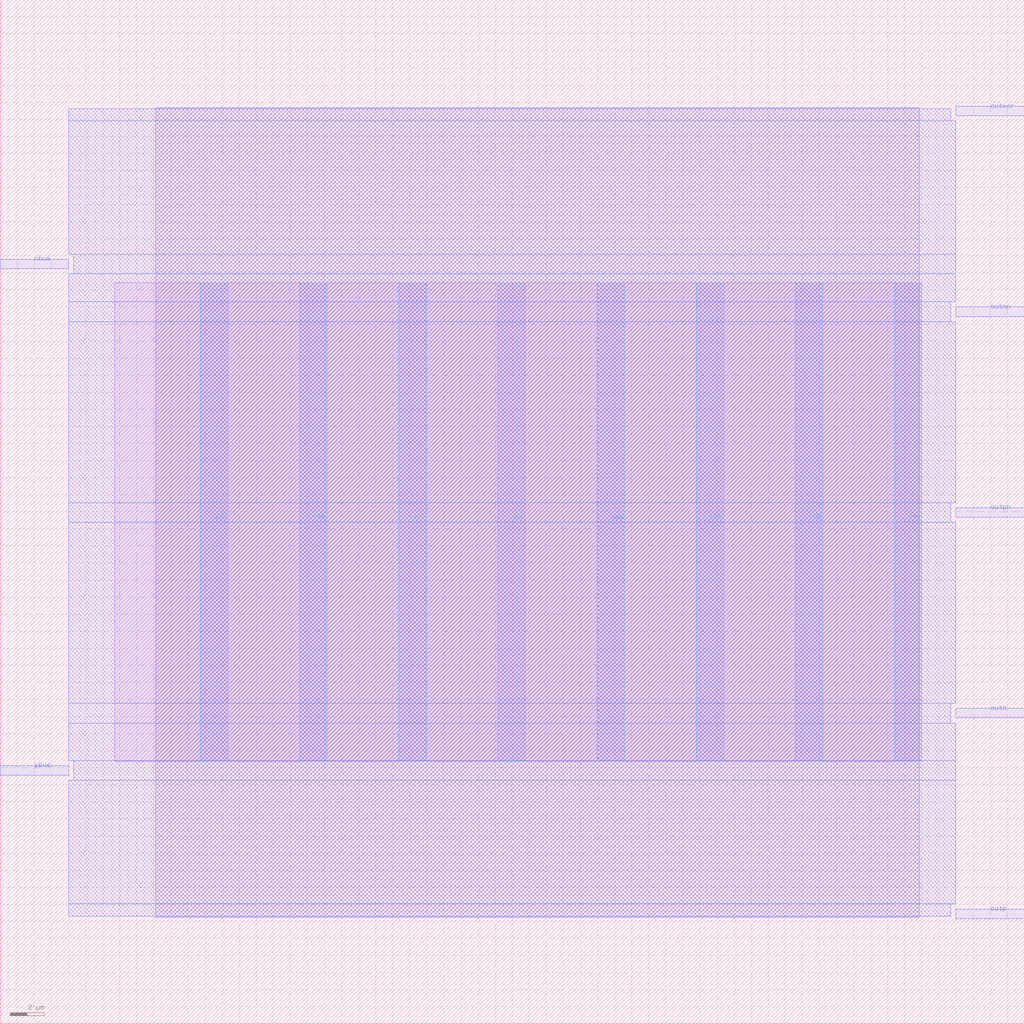
<source format=lef>
VERSION 5.7 ;
  NOWIREEXTENSIONATPIN ON ;
  DIVIDERCHAR "/" ;
  BUSBITCHARS "[]" ;
MACRO active_load
  CLASS BLOCK ;
  FOREIGN active_load ;
  ORIGIN 0.000 0.000 ;
  SIZE 60.000 BY 60.000 ;
  PIN nbus
    DIRECTION INOUT ;
    USE SIGNAL ;
    PORT
      LAYER Metal3 ;
        RECT 0.000 44.240 4.000 44.800 ;
    END
  END nbus
  PIN outn
    DIRECTION INOUT ;
    USE SIGNAL ;
    PORT
      LAYER Metal3 ;
        RECT 56.000 17.920 60.000 18.480 ;
    END
  END outn
  PIN outnn
    DIRECTION OUTPUT TRISTATE ;
    USE SIGNAL ;
    PORT
      LAYER Metal3 ;
        RECT 56.000 41.440 60.000 42.000 ;
    END
  END outnn
  PIN outp
    DIRECTION INOUT ;
    USE SIGNAL ;
    PORT
      LAYER Metal3 ;
        RECT 56.000 6.160 60.000 6.720 ;
    END
  END outp
  PIN outpn
    DIRECTION OUTPUT TRISTATE ;
    USE SIGNAL ;
    PORT
      LAYER Metal3 ;
        RECT 56.000 29.680 60.000 30.240 ;
    END
  END outpn
  PIN outxor
    DIRECTION OUTPUT TRISTATE ;
    USE SIGNAL ;
    PORT
      LAYER Metal3 ;
        RECT 56.000 53.200 60.000 53.760 ;
    END
  END outxor
  PIN pbus
    DIRECTION INOUT ;
    USE SIGNAL ;
    PORT
      LAYER Metal3 ;
        RECT 0.000 14.560 4.000 15.120 ;
    END
  END pbus
  PIN vdd
    DIRECTION INOUT ;
    USE POWER ;
    PORT
      LAYER Metal4 ;
        RECT 11.730 15.380 13.330 43.420 ;
    END
    PORT
      LAYER Metal4 ;
        RECT 23.350 15.380 24.950 43.420 ;
    END
    PORT
      LAYER Metal4 ;
        RECT 34.970 15.380 36.570 43.420 ;
    END
    PORT
      LAYER Metal4 ;
        RECT 46.590 15.380 48.190 43.420 ;
    END
  END vdd
  PIN vss
    DIRECTION INOUT ;
    USE GROUND ;
    PORT
      LAYER Metal4 ;
        RECT 17.540 15.380 19.140 43.420 ;
    END
    PORT
      LAYER Metal4 ;
        RECT 29.160 15.380 30.760 43.420 ;
    END
    PORT
      LAYER Metal4 ;
        RECT 40.780 15.380 42.380 43.420 ;
    END
    PORT
      LAYER Metal4 ;
        RECT 52.400 15.380 54.000 43.420 ;
    END
  END vss
  OBS
      LAYER Metal1 ;
        RECT 6.720 15.380 54.000 43.420 ;
      LAYER Metal2 ;
        RECT 9.100 6.250 53.860 53.670 ;
      LAYER Metal3 ;
        RECT 4.000 52.900 55.700 53.620 ;
        RECT 4.000 45.100 56.000 52.900 ;
        RECT 4.300 43.940 56.000 45.100 ;
        RECT 4.000 42.300 56.000 43.940 ;
        RECT 4.000 41.140 55.700 42.300 ;
        RECT 4.000 30.540 56.000 41.140 ;
        RECT 4.000 29.380 55.700 30.540 ;
        RECT 4.000 18.780 56.000 29.380 ;
        RECT 4.000 17.620 55.700 18.780 ;
        RECT 4.000 15.420 56.000 17.620 ;
        RECT 4.300 14.260 56.000 15.420 ;
        RECT 4.000 7.020 56.000 14.260 ;
        RECT 4.000 6.300 55.700 7.020 ;
  END
END active_load
END LIBRARY


</source>
